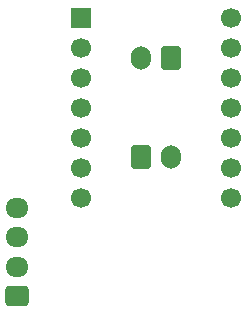
<source format=gbr>
%TF.GenerationSoftware,KiCad,Pcbnew,8.0.1*%
%TF.CreationDate,2024-07-18T22:05:33+09:00*%
%TF.ProjectId,Dribbler-20240708,44726962-626c-4657-922d-323032343037,rev?*%
%TF.SameCoordinates,Original*%
%TF.FileFunction,Soldermask,Bot*%
%TF.FilePolarity,Negative*%
%FSLAX46Y46*%
G04 Gerber Fmt 4.6, Leading zero omitted, Abs format (unit mm)*
G04 Created by KiCad (PCBNEW 8.0.1) date 2024-07-18 22:05:33*
%MOMM*%
%LPD*%
G01*
G04 APERTURE LIST*
G04 Aperture macros list*
%AMRoundRect*
0 Rectangle with rounded corners*
0 $1 Rounding radius*
0 $2 $3 $4 $5 $6 $7 $8 $9 X,Y pos of 4 corners*
0 Add a 4 corners polygon primitive as box body*
4,1,4,$2,$3,$4,$5,$6,$7,$8,$9,$2,$3,0*
0 Add four circle primitives for the rounded corners*
1,1,$1+$1,$2,$3*
1,1,$1+$1,$4,$5*
1,1,$1+$1,$6,$7*
1,1,$1+$1,$8,$9*
0 Add four rect primitives between the rounded corners*
20,1,$1+$1,$2,$3,$4,$5,0*
20,1,$1+$1,$4,$5,$6,$7,0*
20,1,$1+$1,$6,$7,$8,$9,0*
20,1,$1+$1,$8,$9,$2,$3,0*%
G04 Aperture macros list end*
%ADD10RoundRect,0.250000X-0.600000X-0.750000X0.600000X-0.750000X0.600000X0.750000X-0.600000X0.750000X0*%
%ADD11O,1.700000X2.000000*%
%ADD12R,1.700000X1.700000*%
%ADD13C,1.700000*%
%ADD14RoundRect,0.250000X0.725000X-0.600000X0.725000X0.600000X-0.725000X0.600000X-0.725000X-0.600000X0*%
%ADD15O,1.950000X1.700000*%
%ADD16RoundRect,0.250000X0.600000X0.750000X-0.600000X0.750000X-0.600000X-0.750000X0.600000X-0.750000X0*%
G04 APERTURE END LIST*
D10*
%TO.C,VIN*%
X113750000Y-103150000D03*
D11*
X116250000Y-103150000D03*
%TD*%
D12*
%TO.C,U1*%
X108650000Y-91380000D03*
D13*
X108650000Y-93920000D03*
X108650000Y-96460000D03*
X108650000Y-99000000D03*
X108650000Y-101540000D03*
X108650000Y-104080000D03*
X108650000Y-106620000D03*
X121350000Y-106620000D03*
X121350000Y-104080000D03*
X121350000Y-101540000D03*
X121350000Y-99000000D03*
X121350000Y-96460000D03*
X121350000Y-93920000D03*
X121350000Y-91380000D03*
%TD*%
D14*
%TO.C,SIG/LOGIC*%
X103250000Y-115000000D03*
D15*
X103250000Y-112500000D03*
X103250000Y-110000000D03*
X103250000Y-107500000D03*
%TD*%
D16*
%TO.C,J3*%
X116250000Y-94850000D03*
D11*
X113750000Y-94850000D03*
%TD*%
M02*

</source>
